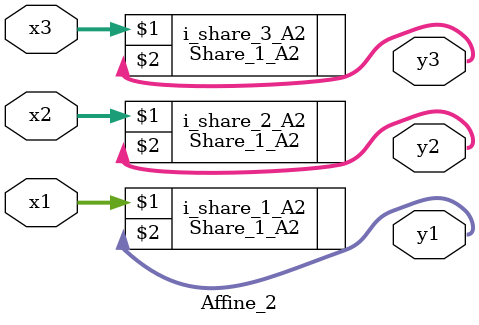
<source format=v>


module Affine_2(
	input wire [3:0] x1,	// one 4-bit input share per A-box
	input wire [3:0] x2,
	input wire [3:0] x3,
	output wire [3:0] y1,	// one 4-bit output share per A-box
	output wire [3:0] y2,
	output wire [3:0] y3
);

Share_1_A2 i_share_1_A2 (x1, y1);
Share_1_A2 i_share_2_A2 (x2, y2);
Share_1_A2 i_share_3_A2 (x3, y3);

endmodule 
</source>
